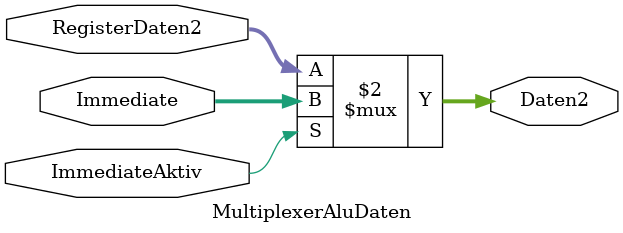
<source format=v>
module MultiplexerAluDaten (
    input [31:0] RegisterDaten2,
    input [31:0] Immediate,
    input ImmediateAktiv,
    output [31:0] Daten2
);

 assign Daten2 = (ImmediateAktiv==1'b1)? Immediate:
                    RegisterDaten2;

endmodule
</source>
